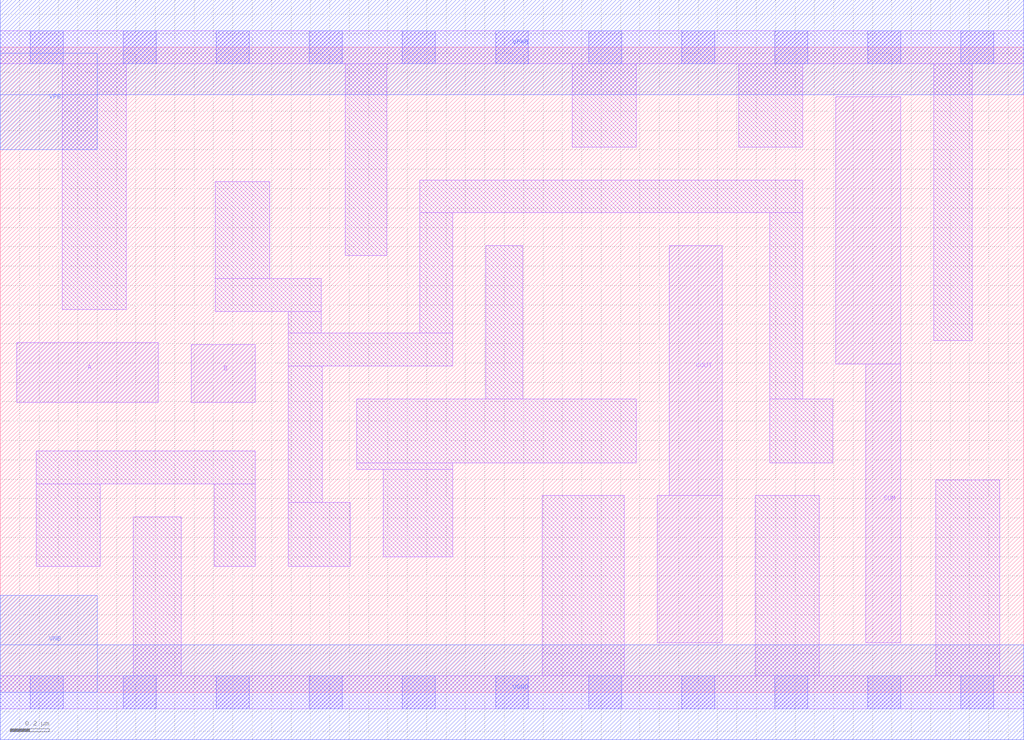
<source format=lef>
# Copyright 2020 The SkyWater PDK Authors
#
# Licensed under the Apache License, Version 2.0 (the "License");
# you may not use this file except in compliance with the License.
# You may obtain a copy of the License at
#
#     https://www.apache.org/licenses/LICENSE-2.0
#
# Unless required by applicable law or agreed to in writing, software
# distributed under the License is distributed on an "AS IS" BASIS,
# WITHOUT WARRANTIES OR CONDITIONS OF ANY KIND, either express or implied.
# See the License for the specific language governing permissions and
# limitations under the License.
#
# SPDX-License-Identifier: Apache-2.0

VERSION 5.5 ;
NAMESCASESENSITIVE ON ;
BUSBITCHARS "[]" ;
DIVIDERCHAR "/" ;
MACRO sky130_fd_sc_lp__ha_2
  CLASS CORE ;
  SOURCE USER ;
  ORIGIN  0.000000  0.000000 ;
  SIZE  5.280000 BY  3.330000 ;
  SYMMETRY X Y R90 ;
  SITE unit ;
  PIN A
    ANTENNAGATEAREA  0.318000 ;
    DIRECTION INPUT ;
    USE SIGNAL ;
    PORT
      LAYER li1 ;
        RECT 0.085000 1.495000 0.815000 1.805000 ;
    END
  END A
  PIN B
    ANTENNAGATEAREA  0.318000 ;
    DIRECTION INPUT ;
    USE SIGNAL ;
    PORT
      LAYER li1 ;
        RECT 0.985000 1.495000 1.315000 1.795000 ;
    END
  END B
  PIN COUT
    ANTENNADIFFAREA  0.588000 ;
    DIRECTION OUTPUT ;
    USE SIGNAL ;
    PORT
      LAYER li1 ;
        RECT 3.390000 0.255000 3.725000 1.015000 ;
        RECT 3.450000 1.015000 3.725000 2.305000 ;
    END
  END COUT
  PIN SUM
    ANTENNADIFFAREA  0.588000 ;
    DIRECTION OUTPUT ;
    USE SIGNAL ;
    PORT
      LAYER li1 ;
        RECT 4.310000 1.695000 4.645000 3.075000 ;
        RECT 4.465000 0.255000 4.645000 1.695000 ;
    END
  END SUM
  PIN VGND
    DIRECTION INOUT ;
    USE GROUND ;
    PORT
      LAYER met1 ;
        RECT 0.000000 -0.245000 5.280000 0.245000 ;
    END
  END VGND
  PIN VNB
    DIRECTION INOUT ;
    USE GROUND ;
    PORT
      LAYER met1 ;
        RECT 0.000000 0.000000 0.500000 0.500000 ;
    END
  END VNB
  PIN VPB
    DIRECTION INOUT ;
    USE POWER ;
    PORT
      LAYER met1 ;
        RECT 0.000000 2.800000 0.500000 3.300000 ;
    END
  END VPB
  PIN VPWR
    DIRECTION INOUT ;
    USE POWER ;
    PORT
      LAYER met1 ;
        RECT 0.000000 3.085000 5.280000 3.575000 ;
    END
  END VPWR
  OBS
    LAYER li1 ;
      RECT 0.000000 -0.085000 5.280000 0.085000 ;
      RECT 0.000000  3.245000 5.280000 3.415000 ;
      RECT 0.185000  0.650000 0.515000 1.075000 ;
      RECT 0.185000  1.075000 1.315000 1.245000 ;
      RECT 0.320000  1.975000 0.650000 3.245000 ;
      RECT 0.685000  0.085000 0.935000 0.905000 ;
      RECT 1.105000  0.650000 1.315000 1.075000 ;
      RECT 1.110000  1.965000 1.655000 2.135000 ;
      RECT 1.110000  2.135000 1.390000 2.635000 ;
      RECT 1.485000  0.650000 1.805000 0.980000 ;
      RECT 1.485000  0.980000 1.660000 1.685000 ;
      RECT 1.485000  1.685000 2.335000 1.855000 ;
      RECT 1.485000  1.855000 1.655000 1.965000 ;
      RECT 1.780000  2.255000 1.995000 3.245000 ;
      RECT 1.840000  1.150000 2.335000 1.185000 ;
      RECT 1.840000  1.185000 3.280000 1.515000 ;
      RECT 1.975000  0.700000 2.335000 1.150000 ;
      RECT 2.165000  1.855000 2.335000 2.475000 ;
      RECT 2.165000  2.475000 4.140000 2.645000 ;
      RECT 2.505000  1.515000 2.695000 2.305000 ;
      RECT 2.795000  0.085000 3.220000 1.015000 ;
      RECT 2.950000  2.815000 3.280000 3.245000 ;
      RECT 3.810000  2.815000 4.140000 3.245000 ;
      RECT 3.895000  0.085000 4.225000 1.015000 ;
      RECT 3.970000  1.185000 4.295000 1.515000 ;
      RECT 3.970000  1.515000 4.140000 2.475000 ;
      RECT 4.815000  1.815000 5.015000 3.245000 ;
      RECT 4.825000  0.085000 5.155000 1.095000 ;
    LAYER mcon ;
      RECT 0.155000 -0.085000 0.325000 0.085000 ;
      RECT 0.155000  3.245000 0.325000 3.415000 ;
      RECT 0.635000 -0.085000 0.805000 0.085000 ;
      RECT 0.635000  3.245000 0.805000 3.415000 ;
      RECT 1.115000 -0.085000 1.285000 0.085000 ;
      RECT 1.115000  3.245000 1.285000 3.415000 ;
      RECT 1.595000 -0.085000 1.765000 0.085000 ;
      RECT 1.595000  3.245000 1.765000 3.415000 ;
      RECT 2.075000 -0.085000 2.245000 0.085000 ;
      RECT 2.075000  3.245000 2.245000 3.415000 ;
      RECT 2.555000 -0.085000 2.725000 0.085000 ;
      RECT 2.555000  3.245000 2.725000 3.415000 ;
      RECT 3.035000 -0.085000 3.205000 0.085000 ;
      RECT 3.035000  3.245000 3.205000 3.415000 ;
      RECT 3.515000 -0.085000 3.685000 0.085000 ;
      RECT 3.515000  3.245000 3.685000 3.415000 ;
      RECT 3.995000 -0.085000 4.165000 0.085000 ;
      RECT 3.995000  3.245000 4.165000 3.415000 ;
      RECT 4.475000 -0.085000 4.645000 0.085000 ;
      RECT 4.475000  3.245000 4.645000 3.415000 ;
      RECT 4.955000 -0.085000 5.125000 0.085000 ;
      RECT 4.955000  3.245000 5.125000 3.415000 ;
  END
END sky130_fd_sc_lp__ha_2

</source>
